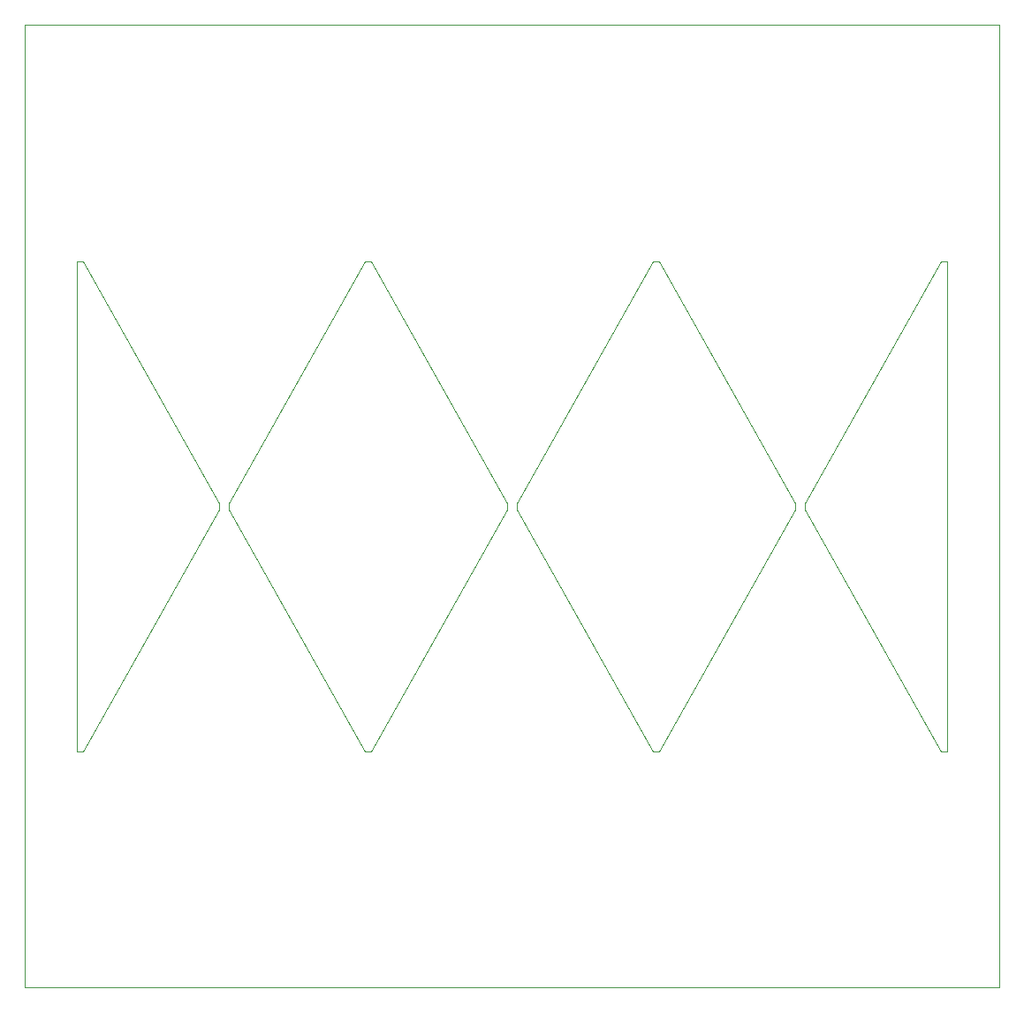
<source format=gm1>
G04 #@! TF.GenerationSoftware,KiCad,Pcbnew,(5.1.12)-1*
G04 #@! TF.CreationDate,2023-06-20T10:26:49+09:00*
G04 #@! TF.ProjectId,LED_Sphere_3V-TypeC-Panelized,4c45445f-5370-4686-9572-655f33562d54,rev?*
G04 #@! TF.SameCoordinates,PX5a06e00PY8f0d180*
G04 #@! TF.FileFunction,Profile,NP*
%FSLAX46Y46*%
G04 Gerber Fmt 4.6, Leading zero omitted, Abs format (unit mm)*
G04 Created by KiCad (PCBNEW (5.1.12)-1) date 2023-06-20 10:26:49*
%MOMM*%
%LPD*%
G01*
G04 APERTURE LIST*
G04 #@! TA.AperFunction,Profile*
%ADD10C,0.050000*%
G04 #@! TD*
G04 APERTURE END LIST*
D10*
X0Y92340000D02*
X0Y0D01*
X93400000Y92340000D02*
X0Y92340000D01*
X93400000Y0D02*
X93400000Y92340000D01*
X0Y0D02*
X93400000Y0D01*
X88400000Y69670000D02*
X88400000Y22670000D01*
X88400000Y69670000D02*
X87800000Y69670000D01*
X88400000Y22670000D02*
X87800000Y22670000D01*
X5000000Y22670000D02*
X5000000Y69670000D01*
X5000000Y22670000D02*
X5600000Y22670000D01*
X5000000Y69670000D02*
X5600000Y69670000D01*
X32600000Y22670000D02*
X33200000Y22670000D01*
X60200000Y22670000D02*
X60800000Y22670000D01*
X32600000Y69670000D02*
X33200000Y69670000D01*
X60200000Y69670000D02*
X60800000Y69670000D01*
X74790000Y45870000D02*
X74790000Y46470000D01*
X73810000Y45870000D02*
X73810000Y46470000D01*
X47190000Y46470000D02*
X47190000Y45870000D01*
X46210000Y45870000D02*
X46210000Y46470000D01*
X19590000Y46470000D02*
X19590000Y45870000D01*
X18610000Y46470000D02*
X18610000Y45870000D01*
X5600000Y69670000D02*
X18610000Y46470000D01*
X33200000Y69670000D02*
X46210000Y46470000D01*
X60800000Y69670000D02*
X73810000Y46470000D01*
X87800000Y22670000D02*
X74790000Y45870000D01*
X60200000Y22670000D02*
X47190000Y45870000D01*
X19590000Y46470000D02*
X32600000Y69670000D01*
X47190000Y46470000D02*
X60200000Y69670000D01*
X74790000Y46470000D02*
X87800000Y69670000D01*
X73810000Y45870000D02*
X60800000Y22670000D01*
X46210000Y45870000D02*
X33200000Y22670000D01*
X18610000Y45870000D02*
X5600000Y22670000D01*
X32600000Y22670000D02*
X19590000Y45870000D01*
M02*

</source>
